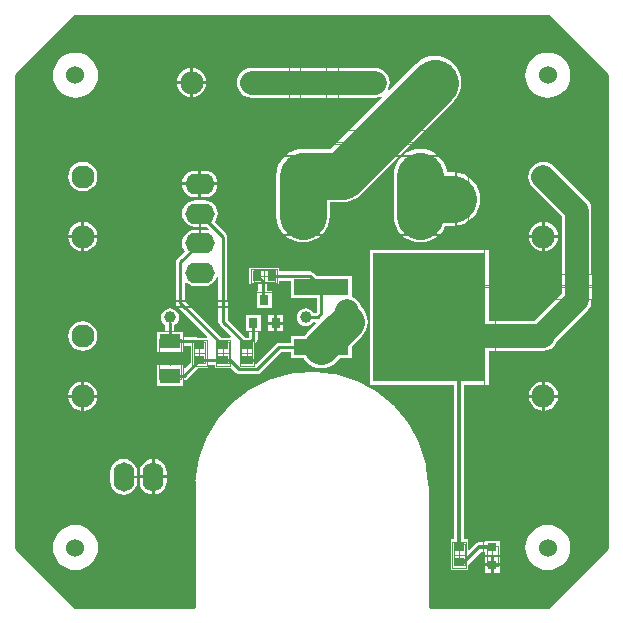
<source format=gtl>
G04 Layer_Physical_Order=1*
G04 Layer_Color=11767835*
%FSLAX25Y25*%
%MOIN*%
G70*
G01*
G75*
%ADD10R,0.18110X0.05315*%
%ADD11R,0.37402X0.42913*%
%ADD12R,0.03543X0.03150*%
%ADD13R,0.07087X0.05118*%
%ADD14R,0.03150X0.03543*%
%ADD15R,0.03150X0.03543*%
%ADD16R,0.03150X0.03150*%
%ADD17C,0.01181*%
%ADD18C,0.07874*%
%ADD19C,0.01000*%
%ADD20C,0.11811*%
%ADD21C,0.15748*%
%ADD22C,0.00787*%
%ADD23C,0.00394*%
%ADD24C,0.00197*%
%ADD25C,0.00200*%
%ADD26C,0.00400*%
%ADD27C,0.00800*%
%ADD28O,0.09842X0.06890*%
%ADD29C,0.06000*%
%ADD30C,0.07700*%
%ADD31C,0.09500*%
%ADD32O,0.06890X0.09842*%
%ADD33C,0.05000*%
%ADD34C,0.03937*%
G36*
X196850Y177165D02*
Y19685D01*
X177165Y-0D01*
X137795D01*
X137795Y39370D01*
Y40336D01*
X137653Y43234D01*
X137085Y47060D01*
X136145Y50812D01*
X134842Y54454D01*
X133188Y57951D01*
X131200Y61269D01*
X128895Y64376D01*
X126298Y67242D01*
X123431Y69840D01*
X120324Y72145D01*
X118473Y73254D01*
X118075Y73542D01*
X118177Y73912D01*
X118181Y73928D01*
X118192Y73967D01*
X118201Y74000D01*
X118224D01*
X118445Y74000D01*
X118454D01*
X118454D01*
X146008D01*
Y22386D01*
X144858D01*
Y17236D01*
Y12315D01*
X150402D01*
Y13829D01*
X154754Y18181D01*
X156055D01*
Y17228D01*
X161205D01*
Y22378D01*
X156055D01*
Y21425D01*
X154083D01*
X153462Y21301D01*
X152936Y20950D01*
X150864Y18877D01*
X150402Y19069D01*
Y22386D01*
X149252D01*
Y74000D01*
X157398D01*
Y85229D01*
X175697D01*
X176986Y85399D01*
X178187Y85896D01*
X179218Y86687D01*
X180009Y87719D01*
X180435Y88748D01*
X190529Y98841D01*
X190529Y98841D01*
X191320Y99872D01*
X191526Y100370D01*
X191818Y101073D01*
X191988Y102362D01*
X191988Y102362D01*
Y132047D01*
X191988Y132047D01*
X191818Y133336D01*
X191320Y134537D01*
X190529Y135568D01*
X190529Y135568D01*
X179218Y146879D01*
X178187Y147671D01*
X176986Y148168D01*
X175697Y148338D01*
X174408Y148168D01*
X173207Y147671D01*
X172176Y146879D01*
X171384Y145848D01*
X170887Y144647D01*
X170717Y143358D01*
X170887Y142069D01*
X171384Y140868D01*
X172176Y139837D01*
X182028Y129985D01*
Y104425D01*
X172792Y95188D01*
X157398D01*
Y118913D01*
X117996D01*
Y74440D01*
Y74440D01*
X117996Y74415D01*
Y74225D01*
X117996Y74170D01*
Y74123D01*
X117983Y74112D01*
X117982Y74112D01*
X117965Y74098D01*
X117957Y74092D01*
X117635Y73828D01*
X117200Y74017D01*
X117007Y74133D01*
X113510Y75787D01*
X109868Y77090D01*
X106115Y78030D01*
X102289Y78598D01*
X98425Y78788D01*
X94562Y78598D01*
X90735Y78030D01*
X86983Y77090D01*
X83341Y75787D01*
X79844Y74133D01*
X76526Y72145D01*
X73419Y69840D01*
X70553Y67242D01*
X67955Y64376D01*
X65651Y61269D01*
X63662Y57951D01*
X62008Y54454D01*
X60705Y50812D01*
X59765Y47060D01*
X59197Y43234D01*
X59055Y40336D01*
Y39370D01*
X59055D01*
Y-0D01*
X19685D01*
X-0Y19685D01*
Y177165D01*
X19685Y196850D01*
X177165D01*
X196850Y177165D01*
D02*
G37*
%LPC*%
G36*
X21654Y75035D02*
X20887Y74934D01*
X19708Y74445D01*
X18695Y73668D01*
X17917Y72655D01*
X17428Y71475D01*
X17327Y70709D01*
X21654D01*
Y75035D01*
D02*
G37*
G36*
X22654D02*
Y70709D01*
X26980D01*
X26879Y71475D01*
X26390Y72655D01*
X25613Y73668D01*
X24600Y74445D01*
X23420Y74934D01*
X22654Y75035D01*
D02*
G37*
G36*
X26980Y69709D02*
X22654D01*
Y65383D01*
X23420Y65483D01*
X24600Y65972D01*
X25613Y66750D01*
X26390Y67763D01*
X26879Y68943D01*
X26980Y69709D01*
D02*
G37*
G36*
X175197D02*
X170871D01*
X170972Y68943D01*
X171460Y67763D01*
X172238Y66750D01*
X173251Y65972D01*
X174431Y65483D01*
X175197Y65383D01*
Y69709D01*
D02*
G37*
G36*
X180523D02*
X176197D01*
Y65383D01*
X176963Y65483D01*
X178143Y65972D01*
X179156Y66750D01*
X179933Y67763D01*
X180422Y68943D01*
X180523Y69709D01*
D02*
G37*
G36*
X85917Y93988D02*
X83842D01*
Y91716D01*
X85917D01*
Y93988D01*
D02*
G37*
G36*
X88992D02*
X86917D01*
Y91716D01*
X88992D01*
Y93988D01*
D02*
G37*
G36*
X85917Y97260D02*
X83842D01*
Y94988D01*
X85917D01*
Y97260D01*
D02*
G37*
G36*
X175197Y75035D02*
X174431Y74934D01*
X173251Y74445D01*
X172238Y73668D01*
X171460Y72655D01*
X170972Y71475D01*
X170871Y70709D01*
X175197D01*
Y75035D01*
D02*
G37*
G36*
X176197D02*
Y70709D01*
X180523D01*
X180422Y71475D01*
X179933Y72655D01*
X179156Y73668D01*
X178143Y74445D01*
X176963Y74934D01*
X176197Y75035D01*
D02*
G37*
G36*
X22153Y95100D02*
X20887Y94934D01*
X19708Y94445D01*
X18695Y93668D01*
X17917Y92655D01*
X17428Y91475D01*
X17262Y90209D01*
X17428Y88943D01*
X17917Y87763D01*
X18695Y86750D01*
X19708Y85972D01*
X20887Y85483D01*
X22153Y85317D01*
X23420Y85483D01*
X24600Y85972D01*
X25613Y86750D01*
X26390Y87763D01*
X26879Y88943D01*
X27045Y90209D01*
X26879Y91475D01*
X26390Y92655D01*
X25613Y93668D01*
X24600Y94445D01*
X23420Y94934D01*
X22153Y95100D01*
D02*
G37*
G36*
X21654Y69709D02*
X17327D01*
X17428Y68943D01*
X17917Y67763D01*
X18695Y66750D01*
X19708Y65972D01*
X20887Y65483D01*
X21654Y65383D01*
Y69709D01*
D02*
G37*
G36*
X177165Y27217D02*
X175696Y27073D01*
X174283Y26644D01*
X172981Y25948D01*
X171839Y25011D01*
X170902Y23870D01*
X170206Y22568D01*
X169778Y21155D01*
X169633Y19685D01*
X169778Y18216D01*
X170206Y16803D01*
X170902Y15500D01*
X171839Y14359D01*
X172981Y13422D01*
X174283Y12726D01*
X175696Y12297D01*
X177165Y12153D01*
X178635Y12297D01*
X180048Y12726D01*
X181350Y13422D01*
X182492Y14359D01*
X183428Y15500D01*
X184124Y16803D01*
X184553Y18216D01*
X184698Y19685D01*
X184553Y21155D01*
X184124Y22568D01*
X183428Y23870D01*
X182492Y25011D01*
X181350Y25948D01*
X180048Y26644D01*
X178635Y27073D01*
X177165Y27217D01*
D02*
G37*
G36*
X158130Y16472D02*
X156055D01*
Y14398D01*
X158130D01*
Y16472D01*
D02*
G37*
G36*
X19685Y27217D02*
X18216Y27073D01*
X16803Y26644D01*
X15500Y25948D01*
X14359Y25011D01*
X13422Y23870D01*
X12726Y22568D01*
X12297Y21155D01*
X12153Y19685D01*
X12297Y18216D01*
X12726Y16803D01*
X13422Y15500D01*
X14359Y14359D01*
X15500Y13422D01*
X16803Y12726D01*
X18216Y12297D01*
X19685Y12153D01*
X21155Y12297D01*
X22568Y12726D01*
X23870Y13422D01*
X25011Y14359D01*
X25948Y15500D01*
X26644Y16803D01*
X27073Y18216D01*
X27217Y19685D01*
X27073Y21155D01*
X26644Y22568D01*
X25948Y23870D01*
X25011Y25011D01*
X23870Y25948D01*
X22568Y26644D01*
X21155Y27073D01*
X19685Y27217D01*
D02*
G37*
G36*
X158130Y13398D02*
X156055D01*
Y11323D01*
X158130D01*
Y13398D01*
D02*
G37*
G36*
X161205D02*
X159130D01*
Y11323D01*
X161205D01*
Y13398D01*
D02*
G37*
G36*
Y16472D02*
X159130D01*
Y14398D01*
X161205D01*
Y16472D01*
D02*
G37*
G36*
X45071Y49201D02*
X44410Y49114D01*
X43329Y48666D01*
X42401Y47954D01*
X41688Y47025D01*
X41240Y45944D01*
X41088Y44783D01*
Y43807D01*
X45071D01*
Y49201D01*
D02*
G37*
G36*
X46071D02*
Y43807D01*
X50054D01*
Y44783D01*
X49901Y45944D01*
X49453Y47025D01*
X48741Y47954D01*
X47813Y48666D01*
X46731Y49114D01*
X46071Y49201D01*
D02*
G37*
G36*
X50054Y42807D02*
X46071D01*
Y37413D01*
X46731Y37500D01*
X47813Y37948D01*
X48741Y38661D01*
X49453Y39589D01*
X49901Y40670D01*
X50054Y41831D01*
Y42807D01*
D02*
G37*
G36*
X35728Y49267D02*
X34568Y49114D01*
X33487Y48666D01*
X32558Y47954D01*
X31846Y47025D01*
X31398Y45944D01*
X31245Y44783D01*
Y41831D01*
X31398Y40670D01*
X31846Y39589D01*
X32558Y38661D01*
X33487Y37948D01*
X34568Y37500D01*
X35728Y37347D01*
X36889Y37500D01*
X37970Y37948D01*
X38899Y38661D01*
X39611Y39589D01*
X40059Y40670D01*
X40212Y41831D01*
Y44783D01*
X40059Y45944D01*
X39611Y47025D01*
X38899Y47954D01*
X37970Y48666D01*
X36889Y49114D01*
X35728Y49267D01*
D02*
G37*
G36*
X45071Y42807D02*
X41088D01*
Y41831D01*
X41240Y40670D01*
X41688Y39589D01*
X42401Y38661D01*
X43329Y37948D01*
X44410Y37500D01*
X45071Y37413D01*
Y42807D01*
D02*
G37*
G36*
X60630Y145377D02*
X59654D01*
X58493Y145224D01*
X57412Y144776D01*
X56483Y144064D01*
X55771Y143135D01*
X55323Y142054D01*
X55236Y141394D01*
X60630D01*
Y145377D01*
D02*
G37*
G36*
X62606D02*
X61630D01*
Y141394D01*
X67024D01*
X66937Y142054D01*
X66489Y143135D01*
X65776Y144064D01*
X64848Y144776D01*
X63767Y145224D01*
X62606Y145377D01*
D02*
G37*
G36*
X19685Y184698D02*
X18216Y184553D01*
X16803Y184124D01*
X15500Y183428D01*
X14359Y182492D01*
X13422Y181350D01*
X12726Y180048D01*
X12297Y178635D01*
X12153Y177165D01*
X12297Y175696D01*
X12726Y174283D01*
X13422Y172981D01*
X14359Y171839D01*
X15500Y170902D01*
X16803Y170206D01*
X18216Y169778D01*
X19685Y169633D01*
X21155Y169778D01*
X22568Y170206D01*
X23870Y170902D01*
X25011Y171839D01*
X25948Y172981D01*
X26644Y174283D01*
X27073Y175696D01*
X27217Y177165D01*
X27073Y178635D01*
X26644Y180048D01*
X25948Y181350D01*
X25011Y182492D01*
X23870Y183428D01*
X22568Y184124D01*
X21155Y184553D01*
X19685Y184698D01*
D02*
G37*
G36*
X60630Y140394D02*
X55236D01*
X55323Y139733D01*
X55771Y138652D01*
X56483Y137724D01*
X57412Y137011D01*
X58493Y136563D01*
X59654Y136410D01*
X60630D01*
Y140394D01*
D02*
G37*
G36*
X67024D02*
X61630D01*
Y136410D01*
X62606D01*
X63767Y136563D01*
X64848Y137011D01*
X65776Y137724D01*
X66489Y138652D01*
X66937Y139733D01*
X67024Y140394D01*
D02*
G37*
G36*
X22153Y148250D02*
X20887Y148083D01*
X19708Y147595D01*
X18695Y146817D01*
X17917Y145804D01*
X17428Y144624D01*
X17262Y143358D01*
X17428Y142092D01*
X17917Y140912D01*
X18695Y139899D01*
X19708Y139122D01*
X20887Y138633D01*
X22153Y138466D01*
X23420Y138633D01*
X24600Y139122D01*
X25613Y139899D01*
X26390Y140912D01*
X26879Y142092D01*
X27045Y143358D01*
X26879Y144624D01*
X26390Y145804D01*
X25613Y146817D01*
X24600Y147595D01*
X23420Y148083D01*
X22153Y148250D01*
D02*
G37*
G36*
X139421Y183614D02*
X137682Y183442D01*
X136009Y182935D01*
X134467Y182111D01*
X133116Y181002D01*
X124242Y172128D01*
X123819Y172412D01*
X124231Y173408D01*
X124401Y174697D01*
X124231Y175986D01*
X123734Y177187D01*
X122942Y178218D01*
X121911Y179009D01*
X120710Y179507D01*
X119421Y179676D01*
X78398D01*
X77109Y179507D01*
X75908Y179009D01*
X74876Y178218D01*
X74085Y177187D01*
X73588Y175986D01*
X73418Y174697D01*
X73588Y173408D01*
X74085Y172207D01*
X74876Y171176D01*
X75908Y170384D01*
X77109Y169887D01*
X78398Y169717D01*
X119421D01*
X120710Y169887D01*
X121706Y170300D01*
X121990Y169876D01*
X104746Y152632D01*
X95571D01*
X93831Y152461D01*
X92159Y151953D01*
X90617Y151129D01*
X89266Y150020D01*
X88157Y148669D01*
X87333Y147127D01*
X86825Y145455D01*
X86654Y143715D01*
Y130315D01*
X86825Y128575D01*
X87333Y126903D01*
X88157Y125361D01*
X89266Y124010D01*
X90617Y122901D01*
X92159Y122077D01*
X93831Y121569D01*
X95571Y121398D01*
X97311Y121569D01*
X98983Y122077D01*
X100525Y122901D01*
X101876Y124010D01*
X102985Y125361D01*
X103809Y126903D01*
X104316Y128575D01*
X104488Y130315D01*
Y134798D01*
X108439D01*
X108439Y134798D01*
X110179Y134969D01*
X111852Y135477D01*
X113393Y136301D01*
X114745Y137410D01*
X145727Y168392D01*
X146835Y169743D01*
X147659Y171284D01*
X148167Y172957D01*
X148338Y174697D01*
X148167Y176436D01*
X147659Y178109D01*
X146835Y179651D01*
X145727Y181002D01*
X144375Y182111D01*
X142834Y182935D01*
X141161Y183442D01*
X139421Y183614D01*
D02*
G37*
G36*
X57898Y179523D02*
X57131Y179422D01*
X55952Y178933D01*
X54939Y178156D01*
X54161Y177143D01*
X53672Y175963D01*
X53572Y175197D01*
X57898D01*
Y179523D01*
D02*
G37*
G36*
X58898D02*
Y175197D01*
X63224D01*
X63123Y175963D01*
X62634Y177143D01*
X61857Y178156D01*
X60844Y178933D01*
X59664Y179422D01*
X58898Y179523D01*
D02*
G37*
G36*
X177165Y184698D02*
X175696Y184553D01*
X174283Y184124D01*
X172981Y183428D01*
X171839Y182492D01*
X170902Y181350D01*
X170206Y180048D01*
X169778Y178635D01*
X169633Y177165D01*
X169778Y175696D01*
X170206Y174283D01*
X170902Y172981D01*
X171839Y171839D01*
X172981Y170902D01*
X174283Y170206D01*
X175696Y169778D01*
X177165Y169633D01*
X178635Y169778D01*
X180048Y170206D01*
X181350Y170902D01*
X182492Y171839D01*
X183428Y172981D01*
X184124Y174283D01*
X184553Y175696D01*
X184698Y177165D01*
X184553Y178635D01*
X184124Y180048D01*
X183428Y181350D01*
X182492Y182492D01*
X181350Y183428D01*
X180048Y184124D01*
X178635Y184553D01*
X177165Y184698D01*
D02*
G37*
G36*
X57898Y174197D02*
X53572D01*
X53672Y173431D01*
X54161Y172251D01*
X54939Y171238D01*
X55952Y170460D01*
X57131Y169972D01*
X57898Y169871D01*
Y174197D01*
D02*
G37*
G36*
X63224D02*
X58898D01*
Y169871D01*
X59664Y169972D01*
X60844Y170460D01*
X61857Y171238D01*
X62634Y172251D01*
X63123Y173431D01*
X63224Y174197D01*
D02*
G37*
G36*
X175197Y122858D02*
X170871D01*
X170972Y122092D01*
X171460Y120912D01*
X172238Y119899D01*
X173251Y119122D01*
X174431Y118633D01*
X175197Y118532D01*
Y122858D01*
D02*
G37*
G36*
X180523D02*
X176197D01*
Y118532D01*
X176963Y118633D01*
X178143Y119122D01*
X179156Y119899D01*
X179933Y120912D01*
X180422Y122092D01*
X180523Y122858D01*
D02*
G37*
G36*
X26980D02*
X22654D01*
Y118532D01*
X23420Y118633D01*
X24600Y119122D01*
X25613Y119899D01*
X26390Y120912D01*
X26879Y122092D01*
X26980Y122858D01*
D02*
G37*
G36*
X88992Y97260D02*
X86917D01*
Y94988D01*
X88992D01*
Y97260D01*
D02*
G37*
G36*
X21654Y122858D02*
X17327D01*
X17428Y122092D01*
X17917Y120912D01*
X18695Y119899D01*
X19708Y119122D01*
X20887Y118633D01*
X21654Y118532D01*
Y122858D01*
D02*
G37*
G36*
X134671Y152632D02*
X132931Y152461D01*
X131258Y151953D01*
X129717Y151129D01*
X128366Y150020D01*
X127257Y148669D01*
X126433Y147127D01*
X125925Y145455D01*
X125754Y143715D01*
Y130315D01*
X125925Y128575D01*
X126433Y126903D01*
X127257Y125361D01*
X128366Y124010D01*
X129717Y122901D01*
X131258Y122077D01*
X132931Y121569D01*
X134671Y121398D01*
X136410Y121569D01*
X138083Y122077D01*
X139625Y122901D01*
X140976Y124010D01*
X142085Y125361D01*
X142909Y126903D01*
X142911Y126910D01*
X145669D01*
X147409Y127081D01*
X149082Y127589D01*
X150623Y128413D01*
X151974Y129522D01*
X153084Y130873D01*
X153908Y132414D01*
X154415Y134087D01*
X154586Y135827D01*
X154415Y137566D01*
X153908Y139239D01*
X153084Y140781D01*
X151974Y142132D01*
X150623Y143241D01*
X149082Y144065D01*
X147409Y144572D01*
X145669Y144744D01*
X143486D01*
X143417Y145455D01*
X142909Y147127D01*
X142085Y148669D01*
X140976Y150020D01*
X139625Y151129D01*
X138083Y151953D01*
X136410Y152461D01*
X134671Y152632D01*
D02*
G37*
G36*
X176197Y128184D02*
Y123858D01*
X180523D01*
X180422Y124624D01*
X179933Y125804D01*
X179156Y126817D01*
X178143Y127595D01*
X176963Y128083D01*
X176197Y128184D01*
D02*
G37*
G36*
X62606Y135534D02*
X59654D01*
X58493Y135382D01*
X57412Y134934D01*
X56483Y134221D01*
X55771Y133293D01*
X55323Y132211D01*
X55170Y131051D01*
X55323Y129891D01*
X55771Y128810D01*
X56483Y127881D01*
X57412Y127169D01*
X58493Y126721D01*
X59654Y126568D01*
X62606D01*
X63352Y126666D01*
X64059Y125959D01*
X63776Y125535D01*
X63767Y125539D01*
X62606Y125692D01*
X59654D01*
X58493Y125539D01*
X57412Y125091D01*
X56483Y124379D01*
X55771Y123450D01*
X55323Y122369D01*
X55170Y121209D01*
X55323Y120048D01*
X55771Y118967D01*
X56185Y118427D01*
X53627Y115869D01*
X53296Y115373D01*
X53179Y114787D01*
Y101295D01*
X53296Y100710D01*
X53627Y100214D01*
X63660Y90181D01*
X63453Y89681D01*
X60505D01*
X60329Y89799D01*
X59744Y89915D01*
X55724D01*
Y91945D01*
X52710D01*
Y93888D01*
X53298Y94340D01*
X53774Y94960D01*
X54073Y95682D01*
X54175Y96457D01*
X54073Y97232D01*
X53774Y97954D01*
X53298Y98574D01*
X52678Y99050D01*
X51956Y99349D01*
X51181Y99451D01*
X50406Y99349D01*
X49684Y99050D01*
X49064Y98574D01*
X48588Y97954D01*
X48289Y97232D01*
X48187Y96457D01*
X48289Y95682D01*
X48588Y94960D01*
X49064Y94340D01*
X49652Y93888D01*
Y91945D01*
X46638D01*
Y84827D01*
X55724D01*
Y86856D01*
X58252D01*
Y84531D01*
Y81576D01*
X56186Y79511D01*
X55724Y79702D01*
Y80528D01*
X46638D01*
Y73409D01*
X55724D01*
Y75439D01*
X55807D01*
X56392Y75555D01*
X56889Y75887D01*
X60612Y79610D01*
X63795D01*
Y80656D01*
X66126D01*
Y79610D01*
X71669D01*
X71669Y79610D01*
Y79610D01*
X72023Y79303D01*
X73297Y78029D01*
X73793Y77697D01*
X74379Y77581D01*
X80339D01*
X80924Y77697D01*
X81420Y78029D01*
X88319Y84927D01*
X91618D01*
Y82799D01*
X95798D01*
X95904Y82602D01*
X96767Y81550D01*
X97818Y80687D01*
X99018Y80046D01*
X100320Y79651D01*
X101673Y79518D01*
X103027Y79651D01*
X104329Y80046D01*
X105528Y80687D01*
X106580Y81550D01*
X107829Y82799D01*
X111728D01*
Y86699D01*
X115143Y90113D01*
X116006Y91165D01*
X116647Y92364D01*
X117042Y93666D01*
X117175Y95020D01*
X117042Y96373D01*
X116647Y97675D01*
X116006Y98875D01*
X115143Y99926D01*
X114863Y100156D01*
X114549Y100915D01*
X113757Y101946D01*
X112726Y102738D01*
X111728Y103151D01*
Y110114D01*
X100179D01*
X98975Y111318D01*
X98479Y111649D01*
X97894Y111766D01*
X87713D01*
Y113008D01*
X77642D01*
Y107465D01*
X80534D01*
Y105134D01*
X80102D01*
Y99591D01*
X85252D01*
Y105134D01*
X83592D01*
Y107465D01*
X87713D01*
Y108707D01*
X91618D01*
Y102799D01*
X100144D01*
Y98370D01*
X99760Y97986D01*
X99025D01*
X98574Y98574D01*
X97954Y99050D01*
X97232Y99349D01*
X96457Y99451D01*
X95682Y99349D01*
X94960Y99050D01*
X94340Y98574D01*
X93864Y97954D01*
X93565Y97232D01*
X93463Y96457D01*
X93565Y95682D01*
X93864Y94960D01*
X94340Y94340D01*
X94960Y93864D01*
X95682Y93565D01*
X96457Y93463D01*
X97232Y93565D01*
X97954Y93864D01*
X98574Y94340D01*
X99025Y94927D01*
X99677D01*
X99869Y94465D01*
X96767Y91363D01*
X95904Y90312D01*
X95798Y90114D01*
X91618D01*
Y87986D01*
X87685D01*
X87100Y87870D01*
X86604Y87538D01*
X80043Y80978D01*
X79543Y81185D01*
Y81685D01*
X76772D01*
Y82685D01*
X79543D01*
Y84531D01*
Y87715D01*
X80018Y88190D01*
X80350Y88686D01*
X80466Y89272D01*
Y91716D01*
X81512D01*
Y97260D01*
X76362D01*
Y91716D01*
X77408D01*
Y89905D01*
X77184Y89681D01*
X76360D01*
X70427Y95614D01*
Y123284D01*
X70330Y123772D01*
X70311Y123869D01*
X69979Y124365D01*
X66075Y128270D01*
X66489Y128810D01*
X66937Y129891D01*
X67089Y131051D01*
X66937Y132211D01*
X66489Y133293D01*
X65776Y134221D01*
X64848Y134934D01*
X63767Y135382D01*
X62606Y135534D01*
D02*
G37*
G36*
X175197Y128184D02*
X174431Y128083D01*
X173251Y127595D01*
X172238Y126817D01*
X171460Y125804D01*
X170972Y124624D01*
X170871Y123858D01*
X175197D01*
Y128184D01*
D02*
G37*
G36*
X21654D02*
X20887Y128083D01*
X19708Y127595D01*
X18695Y126817D01*
X17917Y125804D01*
X17428Y124624D01*
X17327Y123858D01*
X21654D01*
Y128184D01*
D02*
G37*
G36*
X22654D02*
Y123858D01*
X26980D01*
X26879Y124624D01*
X26390Y125804D01*
X25613Y126817D01*
X24600Y127595D01*
X23420Y128083D01*
X22654Y128184D01*
D02*
G37*
%LPD*%
G36*
X67368Y109941D02*
Y94980D01*
X67485Y94395D01*
X67816Y93899D01*
X71534Y90181D01*
X71327Y89681D01*
X68486D01*
X56238Y101929D01*
Y107754D01*
X56738Y108001D01*
X57412Y107483D01*
X58493Y107036D01*
X59654Y106883D01*
X62606D01*
X63767Y107036D01*
X64848Y107483D01*
X65776Y108196D01*
X66489Y109125D01*
X66868Y110040D01*
X67368Y109941D01*
D02*
G37*
D10*
X101673Y106457D02*
D03*
Y86457D02*
D03*
D11*
X137697Y96457D02*
D03*
D12*
X68898Y82185D02*
D03*
Y87106D02*
D03*
X61024Y82185D02*
D03*
Y87106D02*
D03*
X147630Y19811D02*
D03*
Y14890D02*
D03*
X76772Y87106D02*
D03*
Y82185D02*
D03*
D13*
X51181Y88386D02*
D03*
Y76968D02*
D03*
D14*
X85138Y110236D02*
D03*
X80216D02*
D03*
D15*
X82677Y102362D02*
D03*
X86417Y94488D02*
D03*
X78937D02*
D03*
D16*
X158630Y13898D02*
D03*
Y19803D02*
D03*
D17*
X143945Y90209D02*
X147630Y86524D01*
X137697Y96457D02*
X143945Y90209D01*
X147630Y19811D02*
Y86524D01*
X154083Y19803D02*
X158630D01*
X149169Y14890D02*
X154083Y19803D01*
X147630Y14890D02*
X149169D01*
D18*
X143945Y90209D02*
X175697D01*
Y91051D02*
X187008Y102362D01*
X175697Y90209D02*
Y91051D01*
X110236Y95020D02*
Y98425D01*
X175697Y143358D02*
X187008Y132047D01*
Y102362D02*
Y132047D01*
X78398Y174697D02*
X119421D01*
D19*
X96457Y96457D02*
X100394D01*
X101673Y97736D01*
Y106457D01*
X51181Y88386D02*
Y94488D01*
X76772Y87106D02*
X78937Y89272D01*
Y94488D01*
X68898Y94980D02*
X76772Y87106D01*
X80216Y110236D02*
X82063Y108390D01*
Y102976D02*
Y108390D01*
Y102976D02*
X82677Y102362D01*
X97894Y110236D02*
X101673Y106457D01*
X85138Y110236D02*
X97894D01*
X87685Y86457D02*
X101673D01*
X80339Y79110D02*
X87685Y86457D01*
X74379Y79110D02*
X80339D01*
X71304Y82185D02*
X74379Y79110D01*
X68898Y82185D02*
X71304D01*
X61024D02*
X68898D01*
X55807Y76968D02*
X61024Y82185D01*
X51181Y76968D02*
X55807D01*
X59744Y88386D02*
X61024Y87106D01*
X51181Y88386D02*
X59744D01*
X68898Y94980D02*
Y123284D01*
X61130Y131051D02*
X68898Y123284D01*
X54709Y101295D02*
X68898Y87106D01*
X54709Y101295D02*
Y114787D01*
X61130Y121209D01*
Y129678D02*
Y131051D01*
Y121209D02*
X61779D01*
X137795Y40336D02*
G03*
X59126Y41785I-39365J-923D01*
G01*
X19685Y196850D02*
X177165D01*
X196850Y177165D01*
Y19685D02*
Y177165D01*
X177165Y-0D02*
X196850Y19685D01*
X137795Y-0D02*
X177165D01*
X137795D02*
Y40336D01*
X59126Y71D02*
Y41785D01*
X59055Y-0D02*
X59055Y-0D01*
X19685Y-0D02*
X59055D01*
X-0Y19685D02*
X19685Y-0D01*
X-0Y19685D02*
Y177165D01*
X19685Y196850D01*
Y196850D01*
D20*
X101673Y86457D02*
X110236Y95020D01*
D21*
X134671Y130315D02*
Y143715D01*
X140183Y135827D02*
X145669D01*
X95571Y143715D02*
X108439D01*
X95571Y130315D02*
Y143715D01*
X108439D02*
X139421Y174697D01*
D22*
X47842Y150539D02*
X70480D01*
X47842Y101720D02*
Y150539D01*
X70480Y101720D02*
Y150539D01*
X47842Y101720D02*
X70480D01*
X61130Y124161D02*
Y128098D01*
X59161Y126130D02*
X63098D01*
X45776Y99752D02*
X72547D01*
Y152508D01*
X45776D02*
X72547D01*
X45776Y99752D02*
Y152508D01*
X24114Y27953D02*
X57185D01*
Y54724D01*
X24114D02*
X57185D01*
X24114Y27953D02*
Y54724D01*
X40650Y41339D02*
Y45276D01*
X38681Y43307D02*
X42618D01*
D23*
X67028Y81201D02*
Y88090D01*
X70768Y81201D02*
Y88090D01*
X67028Y81201D02*
X70768D01*
X67028Y88090D02*
X70768D01*
X59153Y81201D02*
Y88090D01*
X62894Y81201D02*
Y88090D01*
X59153Y81201D02*
X62894D01*
X59153Y88090D02*
X62894D01*
X47638Y89370D02*
X54724D01*
X47638Y75984D02*
X54724D01*
Y89370D01*
X47638Y75984D02*
Y89370D01*
X79232Y108366D02*
X86122D01*
X79232Y112106D02*
X86122D01*
Y108366D02*
Y112106D01*
X79232Y108366D02*
Y112106D01*
X156760Y13406D02*
Y20295D01*
X160500Y13406D02*
Y20295D01*
X156760Y13406D02*
X160500D01*
X156760Y20295D02*
X160500D01*
X149500Y13905D02*
Y20795D01*
X145760Y13905D02*
Y20795D01*
X149500D01*
X145760Y13905D02*
X149500D01*
X78642Y81201D02*
Y88090D01*
X74902Y81201D02*
Y88090D01*
X78642D01*
X74902Y81201D02*
X78642D01*
X67028Y84646D02*
X70768D01*
X68898Y82776D02*
Y86516D01*
X59153Y84646D02*
X62894D01*
X61024Y82776D02*
Y86516D01*
X51181Y80709D02*
Y84646D01*
X49213Y82677D02*
X53150D01*
X82677Y108366D02*
Y112106D01*
X80807Y110236D02*
X84547D01*
X156760Y16850D02*
X160500D01*
X158630Y14980D02*
Y18721D01*
X145760Y17350D02*
X149500D01*
X147630Y15480D02*
Y19220D01*
X74902Y84646D02*
X78642D01*
X76772Y82776D02*
Y86516D01*
D24*
X66535Y80315D02*
Y88976D01*
X71260Y80315D02*
Y88976D01*
X66535Y80315D02*
X71260D01*
X66535Y88976D02*
X71260D01*
X58661Y80315D02*
Y88976D01*
X63386Y80315D02*
Y88976D01*
X58661Y80315D02*
X63386D01*
X58661Y88976D02*
X63386D01*
X46654Y91929D02*
X55709D01*
X46654Y73425D02*
X55709D01*
Y91929D01*
X46654Y73425D02*
Y91929D01*
X78347Y107874D02*
X87008D01*
X78347Y112598D02*
X87008D01*
Y107874D02*
Y112598D01*
X78347Y107874D02*
Y112598D01*
X155677Y11350D02*
Y22350D01*
X161583Y11350D02*
Y22350D01*
X155677Y11350D02*
X161583D01*
X155677Y22350D02*
X161583D01*
X149992Y13020D02*
Y21681D01*
X145268Y13020D02*
Y21681D01*
X149992D01*
X145268Y13020D02*
X149992D01*
X79134Y80315D02*
Y88976D01*
X74410Y80315D02*
Y88976D01*
X79134D01*
X74410Y80315D02*
X79134D01*
D25*
X76177Y91925D02*
X89177D01*
Y104925D01*
X76177D02*
X89177D01*
X76177Y91925D02*
Y104925D01*
D26*
X2253Y107059D02*
X42035D01*
Y159658D01*
X2253D02*
X42035D01*
X2253Y107059D02*
Y159658D01*
X6154Y110996D02*
X38098D01*
Y155758D01*
X6154D02*
X38098D01*
X6154Y110996D02*
Y155758D01*
X2253Y53909D02*
X42035D01*
Y106509D01*
X2253D02*
X42035D01*
X2253Y53909D02*
Y106509D01*
X6154Y57846D02*
X38098D01*
Y102609D01*
X6154D02*
X38098D01*
X6154Y57846D02*
Y102609D01*
X155797Y53909D02*
X195579D01*
Y106509D01*
X155797D02*
X195579D01*
X155797Y53909D02*
Y106509D01*
X159697Y57846D02*
X191642D01*
Y102609D01*
X159697D02*
X191642D01*
X159697Y57846D02*
Y102609D01*
X155797Y107059D02*
X195579D01*
Y159658D01*
X155797D02*
X195579D01*
X155797Y107059D02*
Y159658D01*
X159697Y110996D02*
X191642D01*
Y155758D01*
X159697D02*
X191642D01*
X159697Y110996D02*
Y155758D01*
X103122Y154815D02*
Y194597D01*
Y154815D02*
X155721D01*
Y194597D01*
X103122D02*
X155721D01*
X107059Y158752D02*
Y190697D01*
Y158752D02*
X151821D01*
Y190697D01*
X107059D02*
X151821D01*
X42098Y154815D02*
Y194597D01*
Y154815D02*
X94698D01*
Y194597D01*
X42098D02*
X94698D01*
X46035Y158752D02*
Y190697D01*
Y158752D02*
X90798D01*
Y190697D01*
X46035D02*
X90798D01*
X79665Y119823D02*
Y154215D01*
Y119823D02*
X150571D01*
Y154215D01*
X79665D02*
X150571D01*
D27*
X83602Y123760D02*
Y150315D01*
Y123760D02*
X146671D01*
Y150315D01*
X83602D02*
X146671D01*
D28*
X61130Y140894D02*
D03*
Y121209D02*
D03*
Y111366D02*
D03*
Y131051D02*
D03*
D29*
X19685Y19685D02*
D03*
X177165Y177165D02*
D03*
X19685D02*
D03*
X177165Y19685D02*
D03*
D30*
X22153Y143358D02*
D03*
Y123358D02*
D03*
Y90209D02*
D03*
Y70209D02*
D03*
X175697Y90209D02*
D03*
Y70209D02*
D03*
Y143358D02*
D03*
Y123358D02*
D03*
X139421Y174697D02*
D03*
X119421D02*
D03*
X78398D02*
D03*
X58398D02*
D03*
D31*
X95571Y143715D02*
D03*
X134671D02*
D03*
Y130315D02*
D03*
X95571D02*
D03*
D32*
X35728Y43307D02*
D03*
X45571D02*
D03*
D33*
X133858Y78740D02*
D03*
X127953D02*
D03*
X122047D02*
D03*
X133858Y84646D02*
D03*
X127953D02*
D03*
X122047D02*
D03*
X110236Y98425D02*
D03*
X145669Y135827D02*
D03*
X133858Y90551D02*
D03*
Y102362D02*
D03*
Y108268D02*
D03*
Y114173D02*
D03*
X127953Y90551D02*
D03*
Y96457D02*
D03*
Y102362D02*
D03*
Y108268D02*
D03*
Y114173D02*
D03*
X122047Y90551D02*
D03*
Y96457D02*
D03*
Y102362D02*
D03*
Y108268D02*
D03*
Y114173D02*
D03*
D34*
X96457Y96457D02*
D03*
X51181D02*
D03*
M02*

</source>
